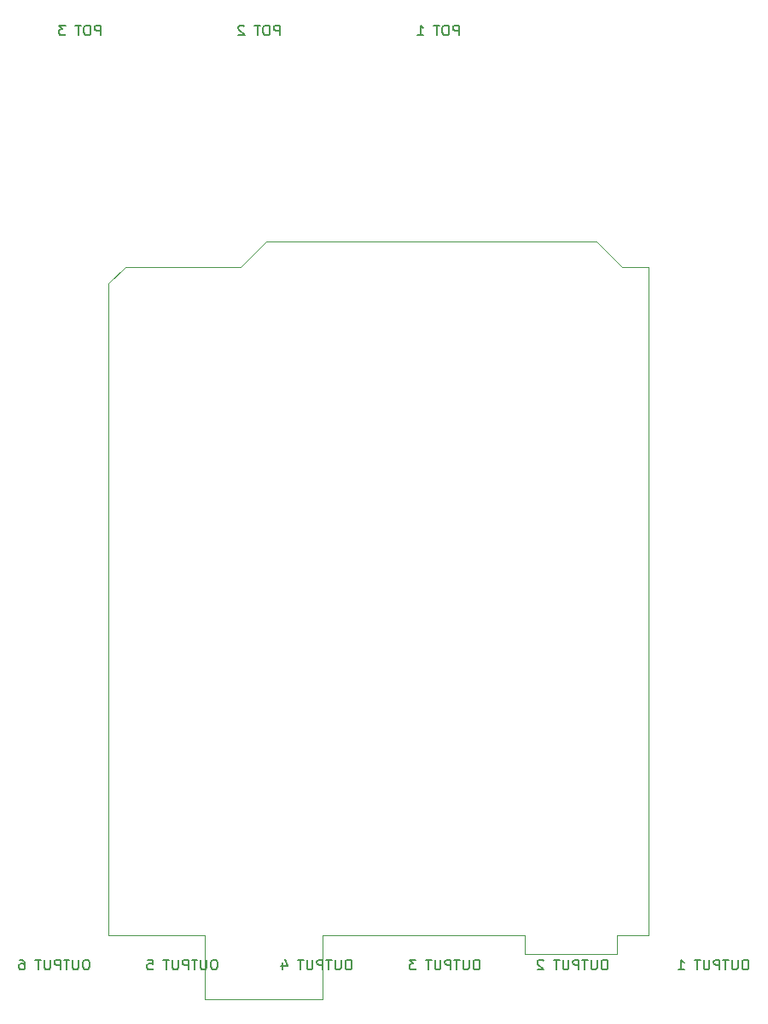
<source format=gbr>
G04 #@! TF.GenerationSoftware,KiCad,Pcbnew,5.99.0-unknown-c7daca1~100~ubuntu18.04.1*
G04 #@! TF.CreationDate,2020-03-27T21:17:46-07:00*
G04 #@! TF.ProjectId,ventilator,76656e74-696c-4617-946f-722e6b696361,rev?*
G04 #@! TF.SameCoordinates,Original*
G04 #@! TF.FileFunction,Legend,Bot*
G04 #@! TF.FilePolarity,Positive*
%FSLAX46Y46*%
G04 Gerber Fmt 4.6, Leading zero omitted, Abs format (unit mm)*
G04 Created by KiCad (PCBNEW 5.99.0-unknown-c7daca1~100~ubuntu18.04.1) date 2020-03-27 21:17:46*
%MOMM*%
%LPD*%
G01*
G04 APERTURE LIST*
%ADD10C,0.150000*%
%ADD11C,0.120000*%
G04 APERTURE END LIST*
D10*
X17263809Y-6802380D02*
X17263809Y-5802380D01*
X16882857Y-5802380D01*
X16787619Y-5850000D01*
X16740000Y-5897619D01*
X16692380Y-5992857D01*
X16692380Y-6135714D01*
X16740000Y-6230952D01*
X16787619Y-6278571D01*
X16882857Y-6326190D01*
X17263809Y-6326190D01*
X16073333Y-5802380D02*
X15882857Y-5802380D01*
X15787619Y-5850000D01*
X15692380Y-5945238D01*
X15644761Y-6135714D01*
X15644761Y-6469047D01*
X15692380Y-6659523D01*
X15787619Y-6754761D01*
X15882857Y-6802380D01*
X16073333Y-6802380D01*
X16168571Y-6754761D01*
X16263809Y-6659523D01*
X16311428Y-6469047D01*
X16311428Y-6135714D01*
X16263809Y-5945238D01*
X16168571Y-5850000D01*
X16073333Y-5802380D01*
X15359047Y-5802380D02*
X14787619Y-5802380D01*
X15073333Y-6802380D02*
X15073333Y-5802380D01*
X13787619Y-5802380D02*
X13168571Y-5802380D01*
X13501904Y-6183333D01*
X13359047Y-6183333D01*
X13263809Y-6230952D01*
X13216190Y-6278571D01*
X13168571Y-6373809D01*
X13168571Y-6611904D01*
X13216190Y-6707142D01*
X13263809Y-6754761D01*
X13359047Y-6802380D01*
X13644761Y-6802380D01*
X13740000Y-6754761D01*
X13787619Y-6707142D01*
X35043809Y-6802380D02*
X35043809Y-5802380D01*
X34662857Y-5802380D01*
X34567619Y-5850000D01*
X34520000Y-5897619D01*
X34472380Y-5992857D01*
X34472380Y-6135714D01*
X34520000Y-6230952D01*
X34567619Y-6278571D01*
X34662857Y-6326190D01*
X35043809Y-6326190D01*
X33853333Y-5802380D02*
X33662857Y-5802380D01*
X33567619Y-5850000D01*
X33472380Y-5945238D01*
X33424761Y-6135714D01*
X33424761Y-6469047D01*
X33472380Y-6659523D01*
X33567619Y-6754761D01*
X33662857Y-6802380D01*
X33853333Y-6802380D01*
X33948571Y-6754761D01*
X34043809Y-6659523D01*
X34091428Y-6469047D01*
X34091428Y-6135714D01*
X34043809Y-5945238D01*
X33948571Y-5850000D01*
X33853333Y-5802380D01*
X33139047Y-5802380D02*
X32567619Y-5802380D01*
X32853333Y-6802380D02*
X32853333Y-5802380D01*
X31520000Y-5897619D02*
X31472380Y-5850000D01*
X31377142Y-5802380D01*
X31139047Y-5802380D01*
X31043809Y-5850000D01*
X30996190Y-5897619D01*
X30948571Y-5992857D01*
X30948571Y-6088095D01*
X30996190Y-6230952D01*
X31567619Y-6802380D01*
X30948571Y-6802380D01*
X52823809Y-6802380D02*
X52823809Y-5802380D01*
X52442857Y-5802380D01*
X52347619Y-5850000D01*
X52300000Y-5897619D01*
X52252380Y-5992857D01*
X52252380Y-6135714D01*
X52300000Y-6230952D01*
X52347619Y-6278571D01*
X52442857Y-6326190D01*
X52823809Y-6326190D01*
X51633333Y-5802380D02*
X51442857Y-5802380D01*
X51347619Y-5850000D01*
X51252380Y-5945238D01*
X51204761Y-6135714D01*
X51204761Y-6469047D01*
X51252380Y-6659523D01*
X51347619Y-6754761D01*
X51442857Y-6802380D01*
X51633333Y-6802380D01*
X51728571Y-6754761D01*
X51823809Y-6659523D01*
X51871428Y-6469047D01*
X51871428Y-6135714D01*
X51823809Y-5945238D01*
X51728571Y-5850000D01*
X51633333Y-5802380D01*
X50919047Y-5802380D02*
X50347619Y-5802380D01*
X50633333Y-6802380D02*
X50633333Y-5802380D01*
X48728571Y-6802380D02*
X49300000Y-6802380D01*
X49014285Y-6802380D02*
X49014285Y-5802380D01*
X49109523Y-5945238D01*
X49204761Y-6040476D01*
X49300000Y-6088095D01*
X15961904Y-98512380D02*
X15771428Y-98512380D01*
X15676190Y-98560000D01*
X15580952Y-98655238D01*
X15533333Y-98845714D01*
X15533333Y-99179047D01*
X15580952Y-99369523D01*
X15676190Y-99464761D01*
X15771428Y-99512380D01*
X15961904Y-99512380D01*
X16057142Y-99464761D01*
X16152380Y-99369523D01*
X16200000Y-99179047D01*
X16200000Y-98845714D01*
X16152380Y-98655238D01*
X16057142Y-98560000D01*
X15961904Y-98512380D01*
X15104761Y-98512380D02*
X15104761Y-99321904D01*
X15057142Y-99417142D01*
X15009523Y-99464761D01*
X14914285Y-99512380D01*
X14723809Y-99512380D01*
X14628571Y-99464761D01*
X14580952Y-99417142D01*
X14533333Y-99321904D01*
X14533333Y-98512380D01*
X14200000Y-98512380D02*
X13628571Y-98512380D01*
X13914285Y-99512380D02*
X13914285Y-98512380D01*
X13295238Y-99512380D02*
X13295238Y-98512380D01*
X12914285Y-98512380D01*
X12819047Y-98560000D01*
X12771428Y-98607619D01*
X12723809Y-98702857D01*
X12723809Y-98845714D01*
X12771428Y-98940952D01*
X12819047Y-98988571D01*
X12914285Y-99036190D01*
X13295238Y-99036190D01*
X12295238Y-98512380D02*
X12295238Y-99321904D01*
X12247619Y-99417142D01*
X12200000Y-99464761D01*
X12104761Y-99512380D01*
X11914285Y-99512380D01*
X11819047Y-99464761D01*
X11771428Y-99417142D01*
X11723809Y-99321904D01*
X11723809Y-98512380D01*
X11390476Y-98512380D02*
X10819047Y-98512380D01*
X11104761Y-99512380D02*
X11104761Y-98512380D01*
X9295238Y-98512380D02*
X9485714Y-98512380D01*
X9580952Y-98560000D01*
X9628571Y-98607619D01*
X9723809Y-98750476D01*
X9771428Y-98940952D01*
X9771428Y-99321904D01*
X9723809Y-99417142D01*
X9676190Y-99464761D01*
X9580952Y-99512380D01*
X9390476Y-99512380D01*
X9295238Y-99464761D01*
X9247619Y-99417142D01*
X9200000Y-99321904D01*
X9200000Y-99083809D01*
X9247619Y-98988571D01*
X9295238Y-98940952D01*
X9390476Y-98893333D01*
X9580952Y-98893333D01*
X9676190Y-98940952D01*
X9723809Y-98988571D01*
X9771428Y-99083809D01*
X28661904Y-98512380D02*
X28471428Y-98512380D01*
X28376190Y-98560000D01*
X28280952Y-98655238D01*
X28233333Y-98845714D01*
X28233333Y-99179047D01*
X28280952Y-99369523D01*
X28376190Y-99464761D01*
X28471428Y-99512380D01*
X28661904Y-99512380D01*
X28757142Y-99464761D01*
X28852380Y-99369523D01*
X28900000Y-99179047D01*
X28900000Y-98845714D01*
X28852380Y-98655238D01*
X28757142Y-98560000D01*
X28661904Y-98512380D01*
X27804761Y-98512380D02*
X27804761Y-99321904D01*
X27757142Y-99417142D01*
X27709523Y-99464761D01*
X27614285Y-99512380D01*
X27423809Y-99512380D01*
X27328571Y-99464761D01*
X27280952Y-99417142D01*
X27233333Y-99321904D01*
X27233333Y-98512380D01*
X26900000Y-98512380D02*
X26328571Y-98512380D01*
X26614285Y-99512380D02*
X26614285Y-98512380D01*
X25995238Y-99512380D02*
X25995238Y-98512380D01*
X25614285Y-98512380D01*
X25519047Y-98560000D01*
X25471428Y-98607619D01*
X25423809Y-98702857D01*
X25423809Y-98845714D01*
X25471428Y-98940952D01*
X25519047Y-98988571D01*
X25614285Y-99036190D01*
X25995238Y-99036190D01*
X24995238Y-98512380D02*
X24995238Y-99321904D01*
X24947619Y-99417142D01*
X24900000Y-99464761D01*
X24804761Y-99512380D01*
X24614285Y-99512380D01*
X24519047Y-99464761D01*
X24471428Y-99417142D01*
X24423809Y-99321904D01*
X24423809Y-98512380D01*
X24090476Y-98512380D02*
X23519047Y-98512380D01*
X23804761Y-99512380D02*
X23804761Y-98512380D01*
X21947619Y-98512380D02*
X22423809Y-98512380D01*
X22471428Y-98988571D01*
X22423809Y-98940952D01*
X22328571Y-98893333D01*
X22090476Y-98893333D01*
X21995238Y-98940952D01*
X21947619Y-98988571D01*
X21900000Y-99083809D01*
X21900000Y-99321904D01*
X21947619Y-99417142D01*
X21995238Y-99464761D01*
X22090476Y-99512380D01*
X22328571Y-99512380D01*
X22423809Y-99464761D01*
X22471428Y-99417142D01*
X41996904Y-98512380D02*
X41806428Y-98512380D01*
X41711190Y-98560000D01*
X41615952Y-98655238D01*
X41568333Y-98845714D01*
X41568333Y-99179047D01*
X41615952Y-99369523D01*
X41711190Y-99464761D01*
X41806428Y-99512380D01*
X41996904Y-99512380D01*
X42092142Y-99464761D01*
X42187380Y-99369523D01*
X42235000Y-99179047D01*
X42235000Y-98845714D01*
X42187380Y-98655238D01*
X42092142Y-98560000D01*
X41996904Y-98512380D01*
X41139761Y-98512380D02*
X41139761Y-99321904D01*
X41092142Y-99417142D01*
X41044523Y-99464761D01*
X40949285Y-99512380D01*
X40758809Y-99512380D01*
X40663571Y-99464761D01*
X40615952Y-99417142D01*
X40568333Y-99321904D01*
X40568333Y-98512380D01*
X40235000Y-98512380D02*
X39663571Y-98512380D01*
X39949285Y-99512380D02*
X39949285Y-98512380D01*
X39330238Y-99512380D02*
X39330238Y-98512380D01*
X38949285Y-98512380D01*
X38854047Y-98560000D01*
X38806428Y-98607619D01*
X38758809Y-98702857D01*
X38758809Y-98845714D01*
X38806428Y-98940952D01*
X38854047Y-98988571D01*
X38949285Y-99036190D01*
X39330238Y-99036190D01*
X38330238Y-98512380D02*
X38330238Y-99321904D01*
X38282619Y-99417142D01*
X38235000Y-99464761D01*
X38139761Y-99512380D01*
X37949285Y-99512380D01*
X37854047Y-99464761D01*
X37806428Y-99417142D01*
X37758809Y-99321904D01*
X37758809Y-98512380D01*
X37425476Y-98512380D02*
X36854047Y-98512380D01*
X37139761Y-99512380D02*
X37139761Y-98512380D01*
X35330238Y-98845714D02*
X35330238Y-99512380D01*
X35568333Y-98464761D02*
X35806428Y-99179047D01*
X35187380Y-99179047D01*
X54696904Y-98512380D02*
X54506428Y-98512380D01*
X54411190Y-98560000D01*
X54315952Y-98655238D01*
X54268333Y-98845714D01*
X54268333Y-99179047D01*
X54315952Y-99369523D01*
X54411190Y-99464761D01*
X54506428Y-99512380D01*
X54696904Y-99512380D01*
X54792142Y-99464761D01*
X54887380Y-99369523D01*
X54935000Y-99179047D01*
X54935000Y-98845714D01*
X54887380Y-98655238D01*
X54792142Y-98560000D01*
X54696904Y-98512380D01*
X53839761Y-98512380D02*
X53839761Y-99321904D01*
X53792142Y-99417142D01*
X53744523Y-99464761D01*
X53649285Y-99512380D01*
X53458809Y-99512380D01*
X53363571Y-99464761D01*
X53315952Y-99417142D01*
X53268333Y-99321904D01*
X53268333Y-98512380D01*
X52935000Y-98512380D02*
X52363571Y-98512380D01*
X52649285Y-99512380D02*
X52649285Y-98512380D01*
X52030238Y-99512380D02*
X52030238Y-98512380D01*
X51649285Y-98512380D01*
X51554047Y-98560000D01*
X51506428Y-98607619D01*
X51458809Y-98702857D01*
X51458809Y-98845714D01*
X51506428Y-98940952D01*
X51554047Y-98988571D01*
X51649285Y-99036190D01*
X52030238Y-99036190D01*
X51030238Y-98512380D02*
X51030238Y-99321904D01*
X50982619Y-99417142D01*
X50935000Y-99464761D01*
X50839761Y-99512380D01*
X50649285Y-99512380D01*
X50554047Y-99464761D01*
X50506428Y-99417142D01*
X50458809Y-99321904D01*
X50458809Y-98512380D01*
X50125476Y-98512380D02*
X49554047Y-98512380D01*
X49839761Y-99512380D02*
X49839761Y-98512380D01*
X48554047Y-98512380D02*
X47934999Y-98512380D01*
X48268333Y-98893333D01*
X48125476Y-98893333D01*
X48030238Y-98940952D01*
X47982619Y-98988571D01*
X47934999Y-99083809D01*
X47934999Y-99321904D01*
X47982619Y-99417142D01*
X48030238Y-99464761D01*
X48125476Y-99512380D01*
X48411190Y-99512380D01*
X48506428Y-99464761D01*
X48554047Y-99417142D01*
X67396904Y-98512380D02*
X67206428Y-98512380D01*
X67111190Y-98560000D01*
X67015952Y-98655238D01*
X66968333Y-98845714D01*
X66968333Y-99179047D01*
X67015952Y-99369523D01*
X67111190Y-99464761D01*
X67206428Y-99512380D01*
X67396904Y-99512380D01*
X67492142Y-99464761D01*
X67587380Y-99369523D01*
X67635000Y-99179047D01*
X67635000Y-98845714D01*
X67587380Y-98655238D01*
X67492142Y-98560000D01*
X67396904Y-98512380D01*
X66539761Y-98512380D02*
X66539761Y-99321904D01*
X66492142Y-99417142D01*
X66444523Y-99464761D01*
X66349285Y-99512380D01*
X66158809Y-99512380D01*
X66063571Y-99464761D01*
X66015952Y-99417142D01*
X65968333Y-99321904D01*
X65968333Y-98512380D01*
X65635000Y-98512380D02*
X65063571Y-98512380D01*
X65349285Y-99512380D02*
X65349285Y-98512380D01*
X64730238Y-99512380D02*
X64730238Y-98512380D01*
X64349285Y-98512380D01*
X64254047Y-98560000D01*
X64206428Y-98607619D01*
X64158809Y-98702857D01*
X64158809Y-98845714D01*
X64206428Y-98940952D01*
X64254047Y-98988571D01*
X64349285Y-99036190D01*
X64730238Y-99036190D01*
X63730238Y-98512380D02*
X63730238Y-99321904D01*
X63682619Y-99417142D01*
X63635000Y-99464761D01*
X63539761Y-99512380D01*
X63349285Y-99512380D01*
X63254047Y-99464761D01*
X63206428Y-99417142D01*
X63158809Y-99321904D01*
X63158809Y-98512380D01*
X62825476Y-98512380D02*
X62254047Y-98512380D01*
X62539761Y-99512380D02*
X62539761Y-98512380D01*
X61206428Y-98607619D02*
X61158809Y-98560000D01*
X61063571Y-98512380D01*
X60825476Y-98512380D01*
X60730238Y-98560000D01*
X60682619Y-98607619D01*
X60634999Y-98702857D01*
X60634999Y-98798095D01*
X60682619Y-98940952D01*
X61254047Y-99512380D01*
X60634999Y-99512380D01*
X81366904Y-98512380D02*
X81176428Y-98512380D01*
X81081190Y-98560000D01*
X80985952Y-98655238D01*
X80938333Y-98845714D01*
X80938333Y-99179047D01*
X80985952Y-99369523D01*
X81081190Y-99464761D01*
X81176428Y-99512380D01*
X81366904Y-99512380D01*
X81462142Y-99464761D01*
X81557380Y-99369523D01*
X81605000Y-99179047D01*
X81605000Y-98845714D01*
X81557380Y-98655238D01*
X81462142Y-98560000D01*
X81366904Y-98512380D01*
X80509761Y-98512380D02*
X80509761Y-99321904D01*
X80462142Y-99417142D01*
X80414523Y-99464761D01*
X80319285Y-99512380D01*
X80128809Y-99512380D01*
X80033571Y-99464761D01*
X79985952Y-99417142D01*
X79938333Y-99321904D01*
X79938333Y-98512380D01*
X79605000Y-98512380D02*
X79033571Y-98512380D01*
X79319285Y-99512380D02*
X79319285Y-98512380D01*
X78700238Y-99512380D02*
X78700238Y-98512380D01*
X78319285Y-98512380D01*
X78224047Y-98560000D01*
X78176428Y-98607619D01*
X78128809Y-98702857D01*
X78128809Y-98845714D01*
X78176428Y-98940952D01*
X78224047Y-98988571D01*
X78319285Y-99036190D01*
X78700238Y-99036190D01*
X77700238Y-98512380D02*
X77700238Y-99321904D01*
X77652619Y-99417142D01*
X77605000Y-99464761D01*
X77509761Y-99512380D01*
X77319285Y-99512380D01*
X77224047Y-99464761D01*
X77176428Y-99417142D01*
X77128809Y-99321904D01*
X77128809Y-98512380D01*
X76795476Y-98512380D02*
X76224047Y-98512380D01*
X76509761Y-99512380D02*
X76509761Y-98512380D01*
X74605000Y-99512380D02*
X75176428Y-99512380D01*
X74890714Y-99512380D02*
X74890714Y-98512380D01*
X74985952Y-98655238D01*
X75081190Y-98750476D01*
X75176428Y-98798095D01*
D11*
X33690000Y-27230000D02*
X66460000Y-27230000D01*
X66460000Y-27230000D02*
X69000000Y-29770000D01*
X69000000Y-29770000D02*
X71670000Y-29770000D01*
X71670000Y-29770000D02*
X71670000Y-96070000D01*
X71670000Y-96070000D02*
X68490000Y-96070000D01*
X68490000Y-96070000D02*
X68490000Y-97970000D01*
X68490000Y-97970000D02*
X59350000Y-97970000D01*
X59350000Y-97970000D02*
X59350000Y-96070000D01*
X59350000Y-96070000D02*
X39280000Y-96070000D01*
X39280000Y-96070000D02*
X39280000Y-102420000D01*
X39280000Y-102420000D02*
X27600000Y-102420000D01*
X27600000Y-102420000D02*
X27600000Y-96070000D01*
X27600000Y-96070000D02*
X18070000Y-96070000D01*
X18070000Y-96070000D02*
X18070000Y-31420000D01*
X18070000Y-31420000D02*
X19720000Y-29770000D01*
X19720000Y-29770000D02*
X31150000Y-29770000D01*
X31150000Y-29770000D02*
X33690000Y-27230000D01*
M02*

</source>
